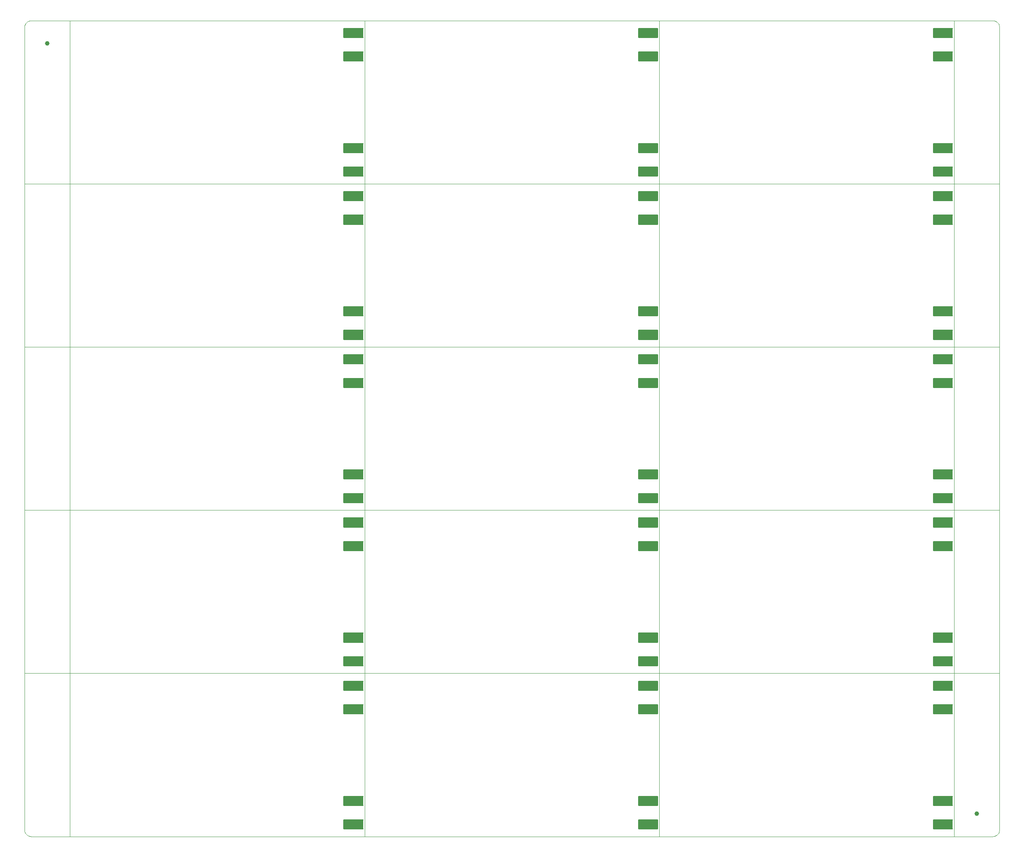
<source format=gbp>
*
%FSLAX36Y36*%
%MOIN*%
%ADD10R,0.077500X0.077500*%
%ADD11C,0.008600*%
%ADD12C,0.039370*%
%ADD13C,0.002000*%
%IPPOS*%
%LN4v081893-bp*%
%LPD*%
G75*
G54D10*
X2806731Y1106299D02*
X2901931D01*
G54D11*
X2772281Y1145049D02*
X2936381D01*
X2772281Y1067549D02*
X2936381D01*
G54D10*
X2806731Y1311024D02*
X2901931D01*
G54D11*
X2772281Y1349774D02*
X2936381D01*
X2772281Y1272274D02*
X2936381D01*
G54D10*
X2806731Y311024D02*
X2901931D01*
G54D11*
X2772281Y349774D02*
X2936381D01*
X2772281Y272274D02*
X2936381D01*
G54D10*
X2806731Y106299D02*
X2901931D01*
G54D11*
X2772281Y145049D02*
X2936381D01*
X2772281Y67549D02*
X2936381D01*
G54D10*
X2806731Y2523622D02*
X2901931D01*
G54D11*
X2772281Y2562372D02*
X2936381D01*
X2772281Y2484872D02*
X2936381D01*
G54D10*
X2806731Y2728346D02*
X2901931D01*
G54D11*
X2772281Y2767096D02*
X2936381D01*
X2772281Y2689596D02*
X2936381D01*
G54D10*
X2806731Y1728346D02*
X2901931D01*
G54D11*
X2772281Y1767096D02*
X2936381D01*
X2772281Y1689596D02*
X2936381D01*
G54D10*
X2806731Y1523622D02*
X2901931D01*
G54D11*
X2772281Y1562372D02*
X2936381D01*
X2772281Y1484872D02*
X2936381D01*
G54D10*
X2806731Y3940945D02*
X2901931D01*
G54D11*
X2772281Y3979695D02*
X2936381D01*
X2772281Y3902195D02*
X2936381D01*
G54D10*
X2806731Y4145669D02*
X2901931D01*
G54D11*
X2772281Y4184419D02*
X2936381D01*
X2772281Y4106919D02*
X2936381D01*
G54D10*
X2806731Y3145669D02*
X2901931D01*
G54D11*
X2772281Y3184419D02*
X2936381D01*
X2772281Y3106919D02*
X2936381D01*
G54D10*
X2806731Y2940945D02*
X2901931D01*
G54D11*
X2772281Y2979695D02*
X2936381D01*
X2772281Y2902195D02*
X2936381D01*
G54D10*
X2806731Y5358268D02*
X2901931D01*
G54D11*
X2772281Y5397018D02*
X2936381D01*
X2772281Y5319518D02*
X2936381D01*
G54D10*
X2806731Y5562992D02*
X2901931D01*
G54D11*
X2772281Y5601742D02*
X2936381D01*
X2772281Y5524242D02*
X2936381D01*
G54D10*
X2806731Y4562992D02*
X2901931D01*
G54D11*
X2772281Y4601742D02*
X2936381D01*
X2772281Y4524242D02*
X2936381D01*
G54D10*
X2806731Y4358268D02*
X2901931D01*
G54D11*
X2772281Y4397018D02*
X2936381D01*
X2772281Y4319518D02*
X2936381D01*
G54D10*
X2806731Y6775591D02*
X2901931D01*
G54D11*
X2772281Y6814341D02*
X2936381D01*
X2772281Y6736841D02*
X2936381D01*
G54D10*
X2806731Y6980315D02*
X2901931D01*
G54D11*
X2772281Y7019065D02*
X2936381D01*
X2772281Y6941565D02*
X2936381D01*
G54D10*
X2806731Y5980315D02*
X2901931D01*
G54D11*
X2772281Y6019065D02*
X2936381D01*
X2772281Y5941565D02*
X2936381D01*
G54D10*
X2806731Y5775591D02*
X2901931D01*
G54D11*
X2772281Y5814341D02*
X2936381D01*
X2772281Y5736841D02*
X2936381D01*
G54D10*
X5365786Y1106299D02*
X5460986D01*
G54D11*
X5331336Y1145049D02*
X5495436D01*
X5331336Y1067549D02*
X5495436D01*
G54D10*
X5365786Y1311024D02*
X5460986D01*
G54D11*
X5331336Y1349774D02*
X5495436D01*
X5331336Y1272274D02*
X5495436D01*
G54D10*
X5365786Y311024D02*
X5460986D01*
G54D11*
X5331336Y349774D02*
X5495436D01*
X5331336Y272274D02*
X5495436D01*
G54D10*
X5365786Y106299D02*
X5460986D01*
G54D11*
X5331336Y145049D02*
X5495436D01*
X5331336Y67549D02*
X5495436D01*
G54D10*
X5365786Y2523622D02*
X5460986D01*
G54D11*
X5331336Y2562372D02*
X5495436D01*
X5331336Y2484872D02*
X5495436D01*
G54D10*
X5365786Y2728346D02*
X5460986D01*
G54D11*
X5331336Y2767096D02*
X5495436D01*
X5331336Y2689596D02*
X5495436D01*
G54D10*
X5365786Y1728346D02*
X5460986D01*
G54D11*
X5331336Y1767096D02*
X5495436D01*
X5331336Y1689596D02*
X5495436D01*
G54D10*
X5365786Y1523622D02*
X5460986D01*
G54D11*
X5331336Y1562372D02*
X5495436D01*
X5331336Y1484872D02*
X5495436D01*
G54D10*
X5365786Y3940945D02*
X5460986D01*
G54D11*
X5331336Y3979695D02*
X5495436D01*
X5331336Y3902195D02*
X5495436D01*
G54D10*
X5365786Y4145669D02*
X5460986D01*
G54D11*
X5331336Y4184419D02*
X5495436D01*
X5331336Y4106919D02*
X5495436D01*
G54D10*
X5365786Y3145669D02*
X5460986D01*
G54D11*
X5331336Y3184419D02*
X5495436D01*
X5331336Y3106919D02*
X5495436D01*
G54D10*
X5365786Y2940945D02*
X5460986D01*
G54D11*
X5331336Y2979695D02*
X5495436D01*
X5331336Y2902195D02*
X5495436D01*
G54D10*
X5365786Y5358268D02*
X5460986D01*
G54D11*
X5331336Y5397018D02*
X5495436D01*
X5331336Y5319518D02*
X5495436D01*
G54D10*
X5365786Y5562992D02*
X5460986D01*
G54D11*
X5331336Y5601742D02*
X5495436D01*
X5331336Y5524242D02*
X5495436D01*
G54D10*
X5365786Y4562992D02*
X5460986D01*
G54D11*
X5331336Y4601742D02*
X5495436D01*
X5331336Y4524242D02*
X5495436D01*
G54D10*
X5365786Y4358268D02*
X5460986D01*
G54D11*
X5331336Y4397018D02*
X5495436D01*
X5331336Y4319518D02*
X5495436D01*
G54D10*
X5365786Y6775591D02*
X5460986D01*
G54D11*
X5331336Y6814341D02*
X5495436D01*
X5331336Y6736841D02*
X5495436D01*
G54D10*
X5365786Y6980315D02*
X5460986D01*
G54D11*
X5331336Y7019065D02*
X5495436D01*
X5331336Y6941565D02*
X5495436D01*
G54D10*
X5365786Y5980315D02*
X5460986D01*
G54D11*
X5331336Y6019065D02*
X5495436D01*
X5331336Y5941565D02*
X5495436D01*
G54D10*
X5365786Y5775591D02*
X5460986D01*
G54D11*
X5331336Y5814341D02*
X5495436D01*
X5331336Y5736841D02*
X5495436D01*
G54D10*
X7924841Y1106299D02*
X8020041D01*
G54D11*
X7890391Y1145049D02*
X8054491D01*
X7890391Y1067549D02*
X8054491D01*
G54D10*
X7924841Y1311024D02*
X8020041D01*
G54D11*
X7890391Y1349774D02*
X8054491D01*
X7890391Y1272274D02*
X8054491D01*
G54D10*
X7924841Y311024D02*
X8020041D01*
G54D11*
X7890391Y349774D02*
X8054491D01*
X7890391Y272274D02*
X8054491D01*
G54D10*
X7924841Y106299D02*
X8020041D01*
G54D11*
X7890391Y145049D02*
X8054491D01*
X7890391Y67549D02*
X8054491D01*
G54D10*
X7924841Y2523622D02*
X8020041D01*
G54D11*
X7890391Y2562372D02*
X8054491D01*
X7890391Y2484872D02*
X8054491D01*
G54D10*
X7924841Y2728346D02*
X8020041D01*
G54D11*
X7890391Y2767096D02*
X8054491D01*
X7890391Y2689596D02*
X8054491D01*
G54D10*
X7924841Y1728346D02*
X8020041D01*
G54D11*
X7890391Y1767096D02*
X8054491D01*
X7890391Y1689596D02*
X8054491D01*
G54D10*
X7924841Y1523622D02*
X8020041D01*
G54D11*
X7890391Y1562372D02*
X8054491D01*
X7890391Y1484872D02*
X8054491D01*
G54D10*
X7924841Y3940945D02*
X8020041D01*
G54D11*
X7890391Y3979695D02*
X8054491D01*
X7890391Y3902195D02*
X8054491D01*
G54D10*
X7924841Y4145669D02*
X8020041D01*
G54D11*
X7890391Y4184419D02*
X8054491D01*
X7890391Y4106919D02*
X8054491D01*
G54D10*
X7924841Y3145669D02*
X8020041D01*
G54D11*
X7890391Y3184419D02*
X8054491D01*
X7890391Y3106919D02*
X8054491D01*
G54D10*
X7924841Y2940945D02*
X8020041D01*
G54D11*
X7890391Y2979695D02*
X8054491D01*
X7890391Y2902195D02*
X8054491D01*
G54D10*
X7924841Y5358268D02*
X8020041D01*
G54D11*
X7890391Y5397018D02*
X8054491D01*
X7890391Y5319518D02*
X8054491D01*
G54D10*
X7924841Y5562992D02*
X8020041D01*
G54D11*
X7890391Y5601742D02*
X8054491D01*
X7890391Y5524242D02*
X8054491D01*
G54D10*
X7924841Y4562992D02*
X8020041D01*
G54D11*
X7890391Y4601742D02*
X8054491D01*
X7890391Y4524242D02*
X8054491D01*
G54D10*
X7924841Y4358268D02*
X8020041D01*
G54D11*
X7890391Y4397018D02*
X8054491D01*
X7890391Y4319518D02*
X8054491D01*
G54D10*
X7924841Y6775591D02*
X8020041D01*
G54D11*
X7890391Y6814341D02*
X8054491D01*
X7890391Y6736841D02*
X8054491D01*
G54D10*
X7924841Y6980315D02*
X8020041D01*
G54D11*
X7890391Y7019065D02*
X8054491D01*
X7890391Y6941565D02*
X8054491D01*
G54D10*
X7924841Y5980315D02*
X8020041D01*
G54D11*
X7890391Y6019065D02*
X8054491D01*
X7890391Y5941565D02*
X8054491D01*
G54D10*
X7924841Y5775591D02*
X8020041D01*
G54D11*
X7890391Y5814341D02*
X8054491D01*
X7890391Y5736841D02*
X8054491D01*
G54D12*
X8267717Y196850D03*
X196850Y6889764D03*
G54D13*
X2952756Y0D02*
Y7086614D01*
X59055Y0D02*
X8405512D01*
X0Y1417323D02*
X8464567D01*
X0Y2834646D02*
X8464567D01*
X0Y4251969D02*
X8464567D01*
X5511811Y0D02*
Y7086614D01*
X59055D02*
X8405512D01*
X0Y5669291D02*
X8464567D01*
X393701Y0D02*
Y7086614D01*
X0Y7027559D02*
Y59055D01*
X8070866Y0D02*
Y7086614D01*
X8464567Y7027559D02*
Y59055D01*
X0Y7027559D02*
X493Y7035172D01*
X1963Y7042658D01*
X4386Y7049893D01*
X7721Y7056754D01*
X11913Y7063128D01*
X16892Y7068909D01*
X22575Y7073999D01*
X28866Y7078315D01*
X35661Y7081783D01*
X42847Y7084346D01*
X50303Y7085962D01*
X57905Y7086603D01*
X59055Y7086614D01*
X8405512D02*
X8413125Y7086121D01*
X8420611Y7084651D01*
X8427845Y7082228D01*
X8434707Y7078893D01*
X8441081Y7074701D01*
X8446862Y7069722D01*
X8451952Y7064039D01*
X8456267Y7057748D01*
X8459736Y7050953D01*
X8462299Y7043767D01*
X8463915Y7036311D01*
X8464556Y7028709D01*
X8464567Y7027559D01*
X8405512Y0D02*
X8413125Y493D01*
X8420611Y1963D01*
X8427845Y4386D01*
X8434707Y7721D01*
X8441081Y11913D01*
X8446862Y16892D01*
X8451952Y22575D01*
X8456267Y28866D01*
X8459736Y35661D01*
X8462299Y42847D01*
X8463915Y50303D01*
X8464556Y57905D01*
X8464567Y59055D01*
X0D02*
X493Y51442D01*
X1963Y43956D01*
X4386Y36722D01*
X7721Y29860D01*
X11913Y23486D01*
X16892Y17705D01*
X22575Y12615D01*
X28866Y8300D01*
X35661Y4831D01*
X42847Y2268D01*
X50303Y652D01*
X57905Y11D01*
X59055Y0D01*
M02*

</source>
